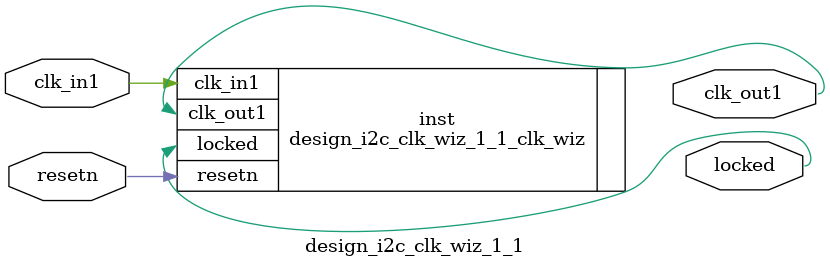
<source format=v>


`timescale 1ps/1ps

(* CORE_GENERATION_INFO = "design_i2c_clk_wiz_1_1,clk_wiz_v6_0_10_0_0,{component_name=design_i2c_clk_wiz_1_1,use_phase_alignment=true,use_min_o_jitter=false,use_max_i_jitter=false,use_dyn_phase_shift=false,use_inclk_switchover=false,use_dyn_reconfig=false,enable_axi=0,feedback_source=FDBK_AUTO,PRIMITIVE=MMCM,num_out_clk=1,clkin1_period=10.000,clkin2_period=10.000,use_power_down=false,use_reset=true,use_locked=true,use_inclk_stopped=false,feedback_type=SINGLE,CLOCK_MGR_TYPE=NA,manual_override=false}" *)

module design_i2c_clk_wiz_1_1 
 (
  // Clock out ports
  output        clk_out1,
  // Status and control signals
  input         resetn,
  output        locked,
 // Clock in ports
  input         clk_in1
 );

  design_i2c_clk_wiz_1_1_clk_wiz inst
  (
  // Clock out ports  
  .clk_out1(clk_out1),
  // Status and control signals               
  .resetn(resetn), 
  .locked(locked),
 // Clock in ports
  .clk_in1(clk_in1)
  );

endmodule

</source>
